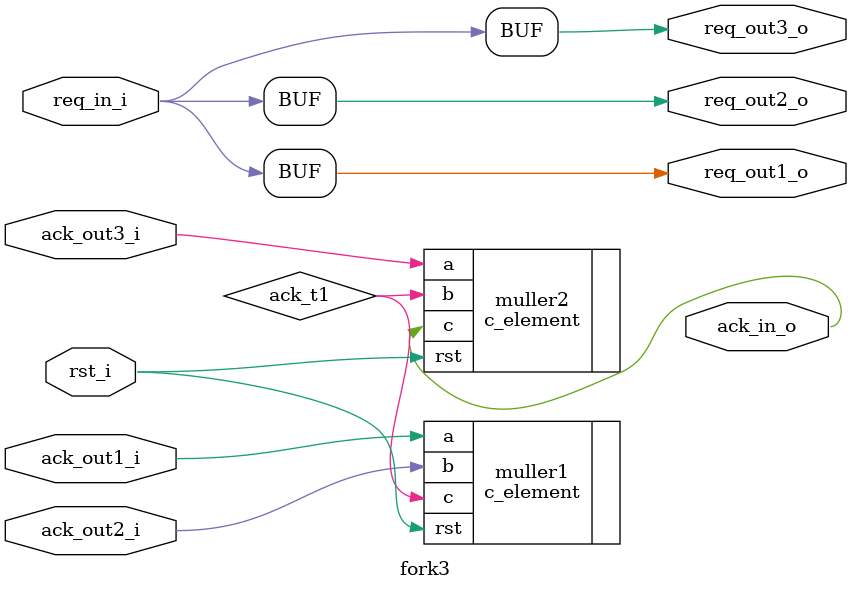
<source format=sv>
module fork3(
	input  logic rst_i,

	input  logic ack_out1_i,
	input  logic ack_out2_i,
	input  logic ack_out3_i,
	input  logic req_in_i,

	output logic req_out1_o,
	output logic req_out2_o,
	output logic req_out3_o,
	output logic ack_in_o
);

	wire ack_t1;

	c_element muller1(
	 .rst(rst_i),
	 .a(ack_out1_i),
	 .b(ack_out2_i),
	 .c(ack_t1)
	);

	c_element muller2(
	 .rst(rst_i),
	 .a(ack_out3_i),
	 .b(ack_t1),
	 .c(ack_in_o)
	);

	assign req_out1_o = req_in_i;
	assign req_out2_o = req_in_i;
	assign req_out3_o = req_in_i;

endmodule

</source>
